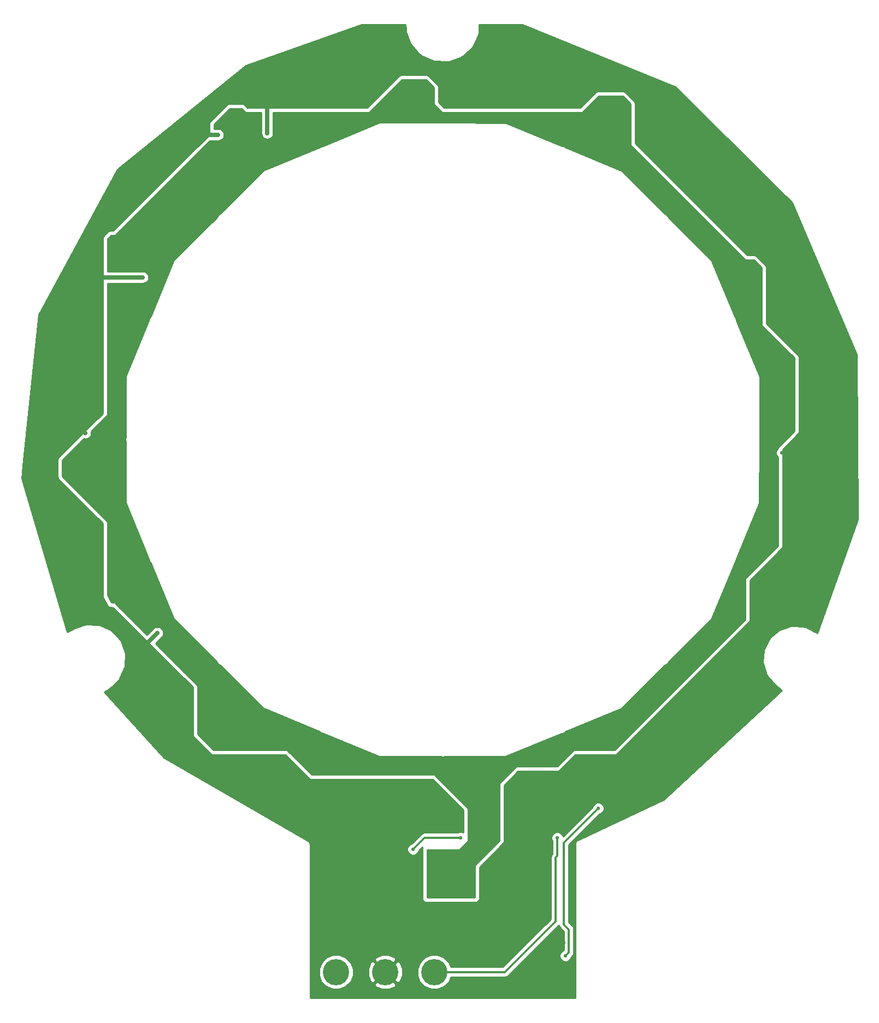
<source format=gbr>
G04 #@! TF.FileFunction,Copper,L2,Bot,Plane*
%FSLAX46Y46*%
G04 Gerber Fmt 4.6, Leading zero omitted, Abs format (unit mm)*
G04 Created by KiCad (PCBNEW 4.0.7) date 02/08/19 10:13:27*
%MOMM*%
%LPD*%
G01*
G04 APERTURE LIST*
%ADD10C,0.100000*%
%ADD11C,0.558800*%
%ADD12C,4.064000*%
%ADD13C,0.635000*%
%ADD14C,0.304800*%
%ADD15C,0.254000*%
G04 APERTURE END LIST*
D10*
D11*
X181610000Y-143510000D03*
X182880000Y-143510000D03*
X182880000Y-142240000D03*
X193040000Y-143510000D03*
X191770000Y-143510000D03*
X193040000Y-142240000D03*
X191770000Y-142240000D03*
X208280000Y-116840000D03*
X208280000Y-115570000D03*
X207010000Y-116840000D03*
X207010000Y-115570000D03*
X193040000Y-60960000D03*
X193040000Y-62230000D03*
X191770000Y-62230000D03*
X191770000Y-60960000D03*
X165100000Y-45720000D03*
X166370000Y-45720000D03*
X165100000Y-46990000D03*
X154940000Y-48260000D03*
X154940000Y-49530000D03*
X156210000Y-49530000D03*
X156210000Y-48260000D03*
X101600000Y-63500000D03*
X101600000Y-62230000D03*
X101600000Y-60960000D03*
X86360000Y-86360000D03*
X86360000Y-87630000D03*
X87630000Y-87630000D03*
X87630000Y-86360000D03*
X106680000Y-147320000D03*
X106680000Y-146050000D03*
X107950000Y-147320000D03*
X107950000Y-146050000D03*
X138430000Y-156210000D03*
X138430000Y-157480000D03*
X137160000Y-157480000D03*
X137160000Y-156210000D03*
X127000000Y-156210000D03*
X127000000Y-157480000D03*
X128270000Y-157480000D03*
X128270000Y-156210000D03*
X133858000Y-166751000D03*
X137922000Y-169926000D03*
X136779000Y-169926000D03*
X135763000Y-169926000D03*
X171196000Y-149352000D03*
X191770000Y-125730000D03*
X201168000Y-100076000D03*
X194818000Y-74930000D03*
X172720000Y-49022000D03*
X142748000Y-46482000D03*
X114808000Y-50800000D03*
X96012000Y-70866000D03*
X88646000Y-105664000D03*
X96266000Y-126746000D03*
X115062000Y-148844000D03*
X158496000Y-157226000D03*
X169418000Y-152654000D03*
X176530000Y-152654000D03*
X195326000Y-123444000D03*
X196850000Y-131572000D03*
X199898000Y-103632000D03*
X207772000Y-101854000D03*
X193548000Y-71374000D03*
X199390000Y-71628000D03*
X167894000Y-49022000D03*
X177546000Y-52324000D03*
X137160000Y-46482000D03*
X148082000Y-49784000D03*
X112522000Y-54356000D03*
X120142000Y-54102000D03*
X100838000Y-76454000D03*
X97790000Y-67310000D03*
X91948000Y-100584000D03*
X88646000Y-110490000D03*
X95758000Y-128270000D03*
X103124000Y-131572000D03*
X113792000Y-152146000D03*
X123444000Y-152146000D03*
X142748000Y-156972000D03*
X150876000Y-168148000D03*
X146812000Y-168148000D03*
X148844000Y-170180000D03*
X148844000Y-166370000D03*
X148844000Y-168148000D03*
X132207000Y-169291000D03*
X153924000Y-171450000D03*
X159512000Y-178562000D03*
X166116000Y-179578000D03*
X149352000Y-187198000D03*
X137668000Y-180340000D03*
X137668000Y-179070000D03*
X136652000Y-178308000D03*
D12*
X130810000Y-184150000D03*
X138430000Y-184150000D03*
X146050000Y-184150000D03*
D11*
X135636000Y-178308000D03*
X150114000Y-180848000D03*
X165100000Y-163322000D03*
X142748000Y-165100000D03*
X150114000Y-163322000D03*
X166370000Y-181610000D03*
X171450000Y-158750000D03*
D13*
X103124000Y-131572000D02*
X101346000Y-133350000D01*
X91668601Y-100304601D02*
X91186000Y-99822000D01*
X91948000Y-100584000D02*
X91668601Y-100304601D01*
X120142000Y-54102000D02*
X120142000Y-49530000D01*
X112522000Y-54356000D02*
X109728000Y-54356000D01*
X100838000Y-76454000D02*
X93091000Y-76454000D01*
D14*
X164846000Y-166370000D02*
X165100000Y-166116000D01*
X165100000Y-166116000D02*
X165100000Y-163322000D01*
X164846000Y-176276000D02*
X156972000Y-184150000D01*
X156972000Y-184150000D02*
X146050000Y-184150000D01*
X164846000Y-166370000D02*
X164846000Y-176276000D01*
X144526000Y-163322000D02*
X142748000Y-165100000D01*
X144526000Y-163322000D02*
X150114000Y-163322000D01*
X166878000Y-181102000D02*
X166370000Y-181610000D01*
X166878000Y-177546000D02*
X166878000Y-181102000D01*
X166116000Y-176784000D02*
X166878000Y-177546000D01*
X166116000Y-165964618D02*
X166116000Y-176784000D01*
X166116000Y-164084000D02*
X166116000Y-165964618D01*
X171450000Y-158750000D02*
X166116000Y-164084000D01*
D15*
G36*
X141610868Y-38135107D02*
X141636358Y-38236702D01*
X141651894Y-38340280D01*
X142319509Y-40196607D01*
X142356952Y-40258846D01*
X142462317Y-40433990D01*
X143789497Y-41893526D01*
X143853946Y-41941162D01*
X144012277Y-42058190D01*
X145796973Y-42898736D01*
X145931391Y-42932173D01*
X146065808Y-42965611D01*
X148036316Y-43059201D01*
X148274545Y-43023466D01*
X148310280Y-43018106D01*
X150166607Y-42350491D01*
X150285298Y-42279087D01*
X150403990Y-42207683D01*
X151863526Y-40880503D01*
X151961642Y-40747758D01*
X152028190Y-40657723D01*
X152868736Y-38873027D01*
X152902173Y-38738610D01*
X152935611Y-38604192D01*
X152997079Y-37310000D01*
X159681117Y-37310000D01*
X183344573Y-46935829D01*
X201521437Y-64882897D01*
X211446625Y-88419812D01*
X211609226Y-113980628D01*
X205394581Y-131596754D01*
X205135292Y-131441180D01*
X205079179Y-131421074D01*
X205054850Y-131402396D01*
X203585453Y-130677337D01*
X203455460Y-130642473D01*
X203325836Y-130606141D01*
X201594230Y-130472682D01*
X201456703Y-130489186D01*
X201319175Y-130505689D01*
X199668306Y-131045045D01*
X199582028Y-131093547D01*
X199426819Y-131180798D01*
X198108018Y-132310859D01*
X198074849Y-132353075D01*
X197936864Y-132528691D01*
X197150906Y-134077414D01*
X197103046Y-134248171D01*
X197076141Y-134344164D01*
X196942682Y-136075770D01*
X196950818Y-136143563D01*
X196975689Y-136350825D01*
X197515045Y-138001694D01*
X197601946Y-138156280D01*
X197650798Y-138243181D01*
X198780859Y-139561982D01*
X198835477Y-139604896D01*
X198880601Y-139657699D01*
X199878877Y-140444220D01*
X181635950Y-157381956D01*
X168322975Y-163639137D01*
X168298295Y-163644046D01*
X168067954Y-163797954D01*
X168047889Y-163827984D01*
X168047283Y-163828431D01*
X168044458Y-163833119D01*
X167914046Y-164028295D01*
X167907748Y-164059956D01*
X167904286Y-164065701D01*
X167897015Y-164113912D01*
X167860000Y-164300000D01*
X167860000Y-188140000D01*
X126780000Y-188140000D01*
X126780000Y-184678172D01*
X128142538Y-184678172D01*
X128547709Y-185658761D01*
X129297293Y-186409655D01*
X130277173Y-186816536D01*
X131338172Y-186817462D01*
X132318761Y-186412291D01*
X132683567Y-186048121D01*
X136711484Y-186048121D01*
X136936154Y-186422168D01*
X137919388Y-186820880D01*
X138980357Y-186812975D01*
X139923846Y-186422168D01*
X140148516Y-186048121D01*
X138430000Y-184329605D01*
X136711484Y-186048121D01*
X132683567Y-186048121D01*
X133069655Y-185662707D01*
X133476536Y-184682827D01*
X133477446Y-183639388D01*
X135759120Y-183639388D01*
X135767025Y-184700357D01*
X136157832Y-185643846D01*
X136531879Y-185868516D01*
X138250395Y-184150000D01*
X138609605Y-184150000D01*
X140328121Y-185868516D01*
X140702168Y-185643846D01*
X141093759Y-184678172D01*
X143382538Y-184678172D01*
X143787709Y-185658761D01*
X144537293Y-186409655D01*
X145517173Y-186816536D01*
X146578172Y-186817462D01*
X147558761Y-186412291D01*
X148309655Y-185662707D01*
X148610828Y-184937400D01*
X156972000Y-184937400D01*
X157273325Y-184877463D01*
X157528776Y-184706776D01*
X165348999Y-176886553D01*
X165388537Y-177085325D01*
X165559224Y-177340776D01*
X166090600Y-177872152D01*
X166090600Y-180736064D01*
X165852711Y-180834358D01*
X165595262Y-181091358D01*
X165455759Y-181427317D01*
X165455442Y-181791087D01*
X165594358Y-182127289D01*
X165851358Y-182384738D01*
X166187317Y-182524241D01*
X166551087Y-182524558D01*
X166887289Y-182385642D01*
X167144738Y-182128642D01*
X167272433Y-181821119D01*
X167434776Y-181658776D01*
X167605463Y-181403325D01*
X167665400Y-181102000D01*
X167665400Y-177546000D01*
X167605463Y-177244675D01*
X167434776Y-176989224D01*
X166903400Y-176457848D01*
X166903400Y-164410152D01*
X171661603Y-159651949D01*
X171967289Y-159525642D01*
X172224738Y-159268642D01*
X172364241Y-158932683D01*
X172364558Y-158568913D01*
X172225642Y-158232711D01*
X171968642Y-157975262D01*
X171632683Y-157835759D01*
X171268913Y-157835442D01*
X170932711Y-157974358D01*
X170675262Y-158231358D01*
X170547567Y-158538881D01*
X165994377Y-163092071D01*
X165875642Y-162804711D01*
X165618642Y-162547262D01*
X165282683Y-162407759D01*
X164918913Y-162407442D01*
X164582711Y-162546358D01*
X164325262Y-162803358D01*
X164185759Y-163139317D01*
X164185442Y-163503087D01*
X164312600Y-163810833D01*
X164312600Y-165789848D01*
X164289224Y-165813224D01*
X164118537Y-166068675D01*
X164058600Y-166370000D01*
X164058600Y-175949848D01*
X156645848Y-183362600D01*
X148610351Y-183362600D01*
X148312291Y-182641239D01*
X147562707Y-181890345D01*
X146582827Y-181483464D01*
X145521828Y-181482538D01*
X144541239Y-181887709D01*
X143790345Y-182637293D01*
X143383464Y-183617173D01*
X143382538Y-184678172D01*
X141093759Y-184678172D01*
X141100880Y-184660612D01*
X141092975Y-183599643D01*
X140702168Y-182656154D01*
X140328121Y-182431484D01*
X138609605Y-184150000D01*
X138250395Y-184150000D01*
X136531879Y-182431484D01*
X136157832Y-182656154D01*
X135759120Y-183639388D01*
X133477446Y-183639388D01*
X133477462Y-183621828D01*
X133072291Y-182641239D01*
X132683611Y-182251879D01*
X136711484Y-182251879D01*
X138430000Y-183970395D01*
X140148516Y-182251879D01*
X139923846Y-181877832D01*
X138940612Y-181479120D01*
X137879643Y-181487025D01*
X136936154Y-181877832D01*
X136711484Y-182251879D01*
X132683611Y-182251879D01*
X132322707Y-181890345D01*
X131342827Y-181483464D01*
X130281828Y-181482538D01*
X129301239Y-181887709D01*
X128550345Y-182637293D01*
X128143464Y-183617173D01*
X128142538Y-184678172D01*
X126780000Y-184678172D01*
X126780000Y-164350000D01*
X126761832Y-164258663D01*
X126755674Y-164165741D01*
X126735041Y-164123978D01*
X126725954Y-164078295D01*
X126674217Y-164000864D01*
X126632967Y-163917371D01*
X126597925Y-163886685D01*
X126572046Y-163847954D01*
X126494616Y-163796217D01*
X126424554Y-163734864D01*
X104124030Y-150881213D01*
X94861145Y-140747205D01*
X95801182Y-140149000D01*
X95900265Y-140054243D01*
X95930594Y-140034662D01*
X97154511Y-138848699D01*
X97230363Y-138738960D01*
X97307812Y-138630359D01*
X98063573Y-136952209D01*
X98097492Y-136805223D01*
X98125865Y-136682276D01*
X98181898Y-134842651D01*
X98136149Y-134569426D01*
X97483922Y-132848391D01*
X97458959Y-132808450D01*
X97337098Y-132613471D01*
X96075908Y-131273039D01*
X95850360Y-131112189D01*
X94172209Y-130356427D01*
X94051204Y-130328503D01*
X93902276Y-130294135D01*
X92062651Y-130238102D01*
X91789426Y-130283851D01*
X90068391Y-130936078D01*
X90030121Y-130959997D01*
X89986900Y-130972988D01*
X89153845Y-131415548D01*
X82095732Y-107610010D01*
X82392973Y-104775000D01*
X87630000Y-104775000D01*
X87630000Y-107315000D01*
X87676672Y-107553946D01*
X87815987Y-107764013D01*
X94615000Y-114563026D01*
X94615000Y-125730000D01*
X94682039Y-126013981D01*
X95317039Y-127283981D01*
X95429827Y-127442767D01*
X95637949Y-127584971D01*
X95885000Y-127635000D01*
X96022530Y-127635000D01*
X96083317Y-127660241D01*
X96282388Y-127660414D01*
X108585000Y-139963026D01*
X108585000Y-147320000D01*
X108631672Y-147558946D01*
X108770987Y-147769013D01*
X111310987Y-150309013D01*
X111512949Y-150444971D01*
X111760000Y-150495000D01*
X122926974Y-150495000D01*
X126550987Y-154119013D01*
X126752949Y-154254971D01*
X127000000Y-154305000D01*
X145786974Y-154305000D01*
X150495000Y-159013026D01*
X150495000Y-162490108D01*
X150296683Y-162407759D01*
X149932913Y-162407442D01*
X149625167Y-162534600D01*
X144526000Y-162534600D01*
X144224675Y-162594537D01*
X143969224Y-162765224D01*
X142536397Y-164198051D01*
X142230711Y-164324358D01*
X141973262Y-164581358D01*
X141833759Y-164917317D01*
X141833442Y-165281087D01*
X141972358Y-165617289D01*
X142229358Y-165874738D01*
X142565317Y-166014241D01*
X142929087Y-166014558D01*
X143265289Y-165875642D01*
X143522738Y-165618642D01*
X143650433Y-165311119D01*
X144145000Y-164816552D01*
X144145000Y-172720000D01*
X144188427Y-172950795D01*
X144324827Y-173162767D01*
X144532949Y-173304971D01*
X144780000Y-173355000D01*
X152400000Y-173355000D01*
X152630795Y-173311573D01*
X152842767Y-173175173D01*
X152984971Y-172967051D01*
X153035000Y-172720000D01*
X153035000Y-167903026D01*
X156659013Y-164279013D01*
X156794971Y-164077051D01*
X156845000Y-163830000D01*
X156845000Y-155203026D01*
X159013026Y-153035000D01*
X165100000Y-153035000D01*
X165338946Y-152988328D01*
X165549013Y-152849013D01*
X167903026Y-150495000D01*
X173990000Y-150495000D01*
X174228946Y-150448328D01*
X174439013Y-150309013D01*
X194759013Y-129989013D01*
X194894971Y-129787051D01*
X194945000Y-129540000D01*
X194945000Y-123453026D01*
X199839013Y-118559013D01*
X199974971Y-118357051D01*
X200025000Y-118110000D01*
X200025000Y-103133026D01*
X202379013Y-100779013D01*
X202514971Y-100577051D01*
X202565000Y-100330000D01*
X202565000Y-88900000D01*
X202518328Y-88661054D01*
X202379013Y-88450987D01*
X197485000Y-83556974D01*
X197485000Y-74930000D01*
X197438328Y-74691054D01*
X197299013Y-74480987D01*
X196029013Y-73210987D01*
X195827051Y-73075029D01*
X195580000Y-73025000D01*
X194573026Y-73025000D01*
X177165000Y-55616974D01*
X177165000Y-49530000D01*
X177118328Y-49291054D01*
X176979013Y-49080987D01*
X175709013Y-47810987D01*
X175507051Y-47675029D01*
X175260000Y-47625000D01*
X171450000Y-47625000D01*
X171211054Y-47671672D01*
X171000987Y-47810987D01*
X168646974Y-50165000D01*
X147583026Y-50165000D01*
X146685000Y-49266974D01*
X146685000Y-46990000D01*
X146638328Y-46751054D01*
X146499013Y-46540987D01*
X145229013Y-45270987D01*
X145027051Y-45135029D01*
X144780000Y-45085000D01*
X140970000Y-45085000D01*
X140731054Y-45131672D01*
X140520987Y-45270987D01*
X135626974Y-50165000D01*
X117103026Y-50165000D01*
X116654013Y-49715987D01*
X116452051Y-49580029D01*
X116205000Y-49530000D01*
X114300000Y-49530000D01*
X114061054Y-49576672D01*
X113850987Y-49715987D01*
X111310987Y-52255987D01*
X111175029Y-52457949D01*
X111125000Y-52705000D01*
X111125000Y-54346974D01*
X96256974Y-69215000D01*
X95885000Y-69215000D01*
X95646054Y-69261672D01*
X95435987Y-69400987D01*
X94800987Y-70035987D01*
X94665029Y-70237949D01*
X94615000Y-70485000D01*
X94615000Y-97526974D01*
X87815987Y-104325987D01*
X87680029Y-104527949D01*
X87630000Y-104775000D01*
X82392973Y-104775000D01*
X84760700Y-82192281D01*
X96949756Y-59729198D01*
X116821462Y-43629032D01*
X134792734Y-37310000D01*
X141570020Y-37310000D01*
X141610868Y-38135107D01*
X141610868Y-38135107D01*
G37*
X141610868Y-38135107D02*
X141636358Y-38236702D01*
X141651894Y-38340280D01*
X142319509Y-40196607D01*
X142356952Y-40258846D01*
X142462317Y-40433990D01*
X143789497Y-41893526D01*
X143853946Y-41941162D01*
X144012277Y-42058190D01*
X145796973Y-42898736D01*
X145931391Y-42932173D01*
X146065808Y-42965611D01*
X148036316Y-43059201D01*
X148274545Y-43023466D01*
X148310280Y-43018106D01*
X150166607Y-42350491D01*
X150285298Y-42279087D01*
X150403990Y-42207683D01*
X151863526Y-40880503D01*
X151961642Y-40747758D01*
X152028190Y-40657723D01*
X152868736Y-38873027D01*
X152902173Y-38738610D01*
X152935611Y-38604192D01*
X152997079Y-37310000D01*
X159681117Y-37310000D01*
X183344573Y-46935829D01*
X201521437Y-64882897D01*
X211446625Y-88419812D01*
X211609226Y-113980628D01*
X205394581Y-131596754D01*
X205135292Y-131441180D01*
X205079179Y-131421074D01*
X205054850Y-131402396D01*
X203585453Y-130677337D01*
X203455460Y-130642473D01*
X203325836Y-130606141D01*
X201594230Y-130472682D01*
X201456703Y-130489186D01*
X201319175Y-130505689D01*
X199668306Y-131045045D01*
X199582028Y-131093547D01*
X199426819Y-131180798D01*
X198108018Y-132310859D01*
X198074849Y-132353075D01*
X197936864Y-132528691D01*
X197150906Y-134077414D01*
X197103046Y-134248171D01*
X197076141Y-134344164D01*
X196942682Y-136075770D01*
X196950818Y-136143563D01*
X196975689Y-136350825D01*
X197515045Y-138001694D01*
X197601946Y-138156280D01*
X197650798Y-138243181D01*
X198780859Y-139561982D01*
X198835477Y-139604896D01*
X198880601Y-139657699D01*
X199878877Y-140444220D01*
X181635950Y-157381956D01*
X168322975Y-163639137D01*
X168298295Y-163644046D01*
X168067954Y-163797954D01*
X168047889Y-163827984D01*
X168047283Y-163828431D01*
X168044458Y-163833119D01*
X167914046Y-164028295D01*
X167907748Y-164059956D01*
X167904286Y-164065701D01*
X167897015Y-164113912D01*
X167860000Y-164300000D01*
X167860000Y-188140000D01*
X126780000Y-188140000D01*
X126780000Y-184678172D01*
X128142538Y-184678172D01*
X128547709Y-185658761D01*
X129297293Y-186409655D01*
X130277173Y-186816536D01*
X131338172Y-186817462D01*
X132318761Y-186412291D01*
X132683567Y-186048121D01*
X136711484Y-186048121D01*
X136936154Y-186422168D01*
X137919388Y-186820880D01*
X138980357Y-186812975D01*
X139923846Y-186422168D01*
X140148516Y-186048121D01*
X138430000Y-184329605D01*
X136711484Y-186048121D01*
X132683567Y-186048121D01*
X133069655Y-185662707D01*
X133476536Y-184682827D01*
X133477446Y-183639388D01*
X135759120Y-183639388D01*
X135767025Y-184700357D01*
X136157832Y-185643846D01*
X136531879Y-185868516D01*
X138250395Y-184150000D01*
X138609605Y-184150000D01*
X140328121Y-185868516D01*
X140702168Y-185643846D01*
X141093759Y-184678172D01*
X143382538Y-184678172D01*
X143787709Y-185658761D01*
X144537293Y-186409655D01*
X145517173Y-186816536D01*
X146578172Y-186817462D01*
X147558761Y-186412291D01*
X148309655Y-185662707D01*
X148610828Y-184937400D01*
X156972000Y-184937400D01*
X157273325Y-184877463D01*
X157528776Y-184706776D01*
X165348999Y-176886553D01*
X165388537Y-177085325D01*
X165559224Y-177340776D01*
X166090600Y-177872152D01*
X166090600Y-180736064D01*
X165852711Y-180834358D01*
X165595262Y-181091358D01*
X165455759Y-181427317D01*
X165455442Y-181791087D01*
X165594358Y-182127289D01*
X165851358Y-182384738D01*
X166187317Y-182524241D01*
X166551087Y-182524558D01*
X166887289Y-182385642D01*
X167144738Y-182128642D01*
X167272433Y-181821119D01*
X167434776Y-181658776D01*
X167605463Y-181403325D01*
X167665400Y-181102000D01*
X167665400Y-177546000D01*
X167605463Y-177244675D01*
X167434776Y-176989224D01*
X166903400Y-176457848D01*
X166903400Y-164410152D01*
X171661603Y-159651949D01*
X171967289Y-159525642D01*
X172224738Y-159268642D01*
X172364241Y-158932683D01*
X172364558Y-158568913D01*
X172225642Y-158232711D01*
X171968642Y-157975262D01*
X171632683Y-157835759D01*
X171268913Y-157835442D01*
X170932711Y-157974358D01*
X170675262Y-158231358D01*
X170547567Y-158538881D01*
X165994377Y-163092071D01*
X165875642Y-162804711D01*
X165618642Y-162547262D01*
X165282683Y-162407759D01*
X164918913Y-162407442D01*
X164582711Y-162546358D01*
X164325262Y-162803358D01*
X164185759Y-163139317D01*
X164185442Y-163503087D01*
X164312600Y-163810833D01*
X164312600Y-165789848D01*
X164289224Y-165813224D01*
X164118537Y-166068675D01*
X164058600Y-166370000D01*
X164058600Y-175949848D01*
X156645848Y-183362600D01*
X148610351Y-183362600D01*
X148312291Y-182641239D01*
X147562707Y-181890345D01*
X146582827Y-181483464D01*
X145521828Y-181482538D01*
X144541239Y-181887709D01*
X143790345Y-182637293D01*
X143383464Y-183617173D01*
X143382538Y-184678172D01*
X141093759Y-184678172D01*
X141100880Y-184660612D01*
X141092975Y-183599643D01*
X140702168Y-182656154D01*
X140328121Y-182431484D01*
X138609605Y-184150000D01*
X138250395Y-184150000D01*
X136531879Y-182431484D01*
X136157832Y-182656154D01*
X135759120Y-183639388D01*
X133477446Y-183639388D01*
X133477462Y-183621828D01*
X133072291Y-182641239D01*
X132683611Y-182251879D01*
X136711484Y-182251879D01*
X138430000Y-183970395D01*
X140148516Y-182251879D01*
X139923846Y-181877832D01*
X138940612Y-181479120D01*
X137879643Y-181487025D01*
X136936154Y-181877832D01*
X136711484Y-182251879D01*
X132683611Y-182251879D01*
X132322707Y-181890345D01*
X131342827Y-181483464D01*
X130281828Y-181482538D01*
X129301239Y-181887709D01*
X128550345Y-182637293D01*
X128143464Y-183617173D01*
X128142538Y-184678172D01*
X126780000Y-184678172D01*
X126780000Y-164350000D01*
X126761832Y-164258663D01*
X126755674Y-164165741D01*
X126735041Y-164123978D01*
X126725954Y-164078295D01*
X126674217Y-164000864D01*
X126632967Y-163917371D01*
X126597925Y-163886685D01*
X126572046Y-163847954D01*
X126494616Y-163796217D01*
X126424554Y-163734864D01*
X104124030Y-150881213D01*
X94861145Y-140747205D01*
X95801182Y-140149000D01*
X95900265Y-140054243D01*
X95930594Y-140034662D01*
X97154511Y-138848699D01*
X97230363Y-138738960D01*
X97307812Y-138630359D01*
X98063573Y-136952209D01*
X98097492Y-136805223D01*
X98125865Y-136682276D01*
X98181898Y-134842651D01*
X98136149Y-134569426D01*
X97483922Y-132848391D01*
X97458959Y-132808450D01*
X97337098Y-132613471D01*
X96075908Y-131273039D01*
X95850360Y-131112189D01*
X94172209Y-130356427D01*
X94051204Y-130328503D01*
X93902276Y-130294135D01*
X92062651Y-130238102D01*
X91789426Y-130283851D01*
X90068391Y-130936078D01*
X90030121Y-130959997D01*
X89986900Y-130972988D01*
X89153845Y-131415548D01*
X82095732Y-107610010D01*
X82392973Y-104775000D01*
X87630000Y-104775000D01*
X87630000Y-107315000D01*
X87676672Y-107553946D01*
X87815987Y-107764013D01*
X94615000Y-114563026D01*
X94615000Y-125730000D01*
X94682039Y-126013981D01*
X95317039Y-127283981D01*
X95429827Y-127442767D01*
X95637949Y-127584971D01*
X95885000Y-127635000D01*
X96022530Y-127635000D01*
X96083317Y-127660241D01*
X96282388Y-127660414D01*
X108585000Y-139963026D01*
X108585000Y-147320000D01*
X108631672Y-147558946D01*
X108770987Y-147769013D01*
X111310987Y-150309013D01*
X111512949Y-150444971D01*
X111760000Y-150495000D01*
X122926974Y-150495000D01*
X126550987Y-154119013D01*
X126752949Y-154254971D01*
X127000000Y-154305000D01*
X145786974Y-154305000D01*
X150495000Y-159013026D01*
X150495000Y-162490108D01*
X150296683Y-162407759D01*
X149932913Y-162407442D01*
X149625167Y-162534600D01*
X144526000Y-162534600D01*
X144224675Y-162594537D01*
X143969224Y-162765224D01*
X142536397Y-164198051D01*
X142230711Y-164324358D01*
X141973262Y-164581358D01*
X141833759Y-164917317D01*
X141833442Y-165281087D01*
X141972358Y-165617289D01*
X142229358Y-165874738D01*
X142565317Y-166014241D01*
X142929087Y-166014558D01*
X143265289Y-165875642D01*
X143522738Y-165618642D01*
X143650433Y-165311119D01*
X144145000Y-164816552D01*
X144145000Y-172720000D01*
X144188427Y-172950795D01*
X144324827Y-173162767D01*
X144532949Y-173304971D01*
X144780000Y-173355000D01*
X152400000Y-173355000D01*
X152630795Y-173311573D01*
X152842767Y-173175173D01*
X152984971Y-172967051D01*
X153035000Y-172720000D01*
X153035000Y-167903026D01*
X156659013Y-164279013D01*
X156794971Y-164077051D01*
X156845000Y-163830000D01*
X156845000Y-155203026D01*
X159013026Y-153035000D01*
X165100000Y-153035000D01*
X165338946Y-152988328D01*
X165549013Y-152849013D01*
X167903026Y-150495000D01*
X173990000Y-150495000D01*
X174228946Y-150448328D01*
X174439013Y-150309013D01*
X194759013Y-129989013D01*
X194894971Y-129787051D01*
X194945000Y-129540000D01*
X194945000Y-123453026D01*
X199839013Y-118559013D01*
X199974971Y-118357051D01*
X200025000Y-118110000D01*
X200025000Y-103133026D01*
X202379013Y-100779013D01*
X202514971Y-100577051D01*
X202565000Y-100330000D01*
X202565000Y-88900000D01*
X202518328Y-88661054D01*
X202379013Y-88450987D01*
X197485000Y-83556974D01*
X197485000Y-74930000D01*
X197438328Y-74691054D01*
X197299013Y-74480987D01*
X196029013Y-73210987D01*
X195827051Y-73075029D01*
X195580000Y-73025000D01*
X194573026Y-73025000D01*
X177165000Y-55616974D01*
X177165000Y-49530000D01*
X177118328Y-49291054D01*
X176979013Y-49080987D01*
X175709013Y-47810987D01*
X175507051Y-47675029D01*
X175260000Y-47625000D01*
X171450000Y-47625000D01*
X171211054Y-47671672D01*
X171000987Y-47810987D01*
X168646974Y-50165000D01*
X147583026Y-50165000D01*
X146685000Y-49266974D01*
X146685000Y-46990000D01*
X146638328Y-46751054D01*
X146499013Y-46540987D01*
X145229013Y-45270987D01*
X145027051Y-45135029D01*
X144780000Y-45085000D01*
X140970000Y-45085000D01*
X140731054Y-45131672D01*
X140520987Y-45270987D01*
X135626974Y-50165000D01*
X117103026Y-50165000D01*
X116654013Y-49715987D01*
X116452051Y-49580029D01*
X116205000Y-49530000D01*
X114300000Y-49530000D01*
X114061054Y-49576672D01*
X113850987Y-49715987D01*
X111310987Y-52255987D01*
X111175029Y-52457949D01*
X111125000Y-52705000D01*
X111125000Y-54346974D01*
X96256974Y-69215000D01*
X95885000Y-69215000D01*
X95646054Y-69261672D01*
X95435987Y-69400987D01*
X94800987Y-70035987D01*
X94665029Y-70237949D01*
X94615000Y-70485000D01*
X94615000Y-97526974D01*
X87815987Y-104325987D01*
X87680029Y-104527949D01*
X87630000Y-104775000D01*
X82392973Y-104775000D01*
X84760700Y-82192281D01*
X96949756Y-59729198D01*
X116821462Y-43629032D01*
X134792734Y-37310000D01*
X141570020Y-37310000D01*
X141610868Y-38135107D01*
G36*
X145923000Y-47042606D02*
X145923000Y-49530000D01*
X145933006Y-49579410D01*
X145960197Y-49619803D01*
X147230197Y-50889803D01*
X147272211Y-50917666D01*
X147320000Y-50927000D01*
X168910000Y-50927000D01*
X168959410Y-50916994D01*
X168999803Y-50889803D01*
X171502606Y-48387000D01*
X175207394Y-48387000D01*
X176403000Y-49582606D01*
X176403000Y-55880000D01*
X176413006Y-55929410D01*
X176440197Y-55969803D01*
X194220197Y-73749803D01*
X194262211Y-73777666D01*
X194310000Y-73787000D01*
X195527394Y-73787000D01*
X196723000Y-74982606D01*
X196723000Y-83820000D01*
X196733006Y-83869410D01*
X196760197Y-83909803D01*
X201803000Y-88952606D01*
X201803000Y-100277394D01*
X199300197Y-102780197D01*
X199272334Y-102822211D01*
X199263000Y-102870000D01*
X199263000Y-102973864D01*
X199123262Y-103113358D01*
X198983759Y-103449317D01*
X198983442Y-103813087D01*
X199122358Y-104149289D01*
X199263000Y-104290177D01*
X199263000Y-118057394D01*
X194220197Y-123100197D01*
X194192334Y-123142211D01*
X194183000Y-123190000D01*
X194183000Y-129487394D01*
X173937394Y-149733000D01*
X167640000Y-149733000D01*
X167590590Y-149743006D01*
X167550197Y-149770197D01*
X165047394Y-152273000D01*
X158750000Y-152273000D01*
X158700590Y-152283006D01*
X158660197Y-152310197D01*
X156120197Y-154850197D01*
X156092334Y-154892211D01*
X156083000Y-154940000D01*
X156083000Y-163777394D01*
X152310197Y-167550197D01*
X152282334Y-167592211D01*
X152273000Y-167640000D01*
X152273000Y-172593000D01*
X144907000Y-172593000D01*
X144907000Y-165227000D01*
X149860000Y-165227000D01*
X149909410Y-165216994D01*
X149949803Y-165189803D01*
X151219803Y-163919803D01*
X151247666Y-163877789D01*
X151257000Y-163830000D01*
X151257000Y-158750000D01*
X151246994Y-158700590D01*
X151219803Y-158660197D01*
X146139803Y-153580197D01*
X146097789Y-153552334D01*
X146050000Y-153543000D01*
X127052606Y-153543000D01*
X123279803Y-149770197D01*
X123237789Y-149742334D01*
X123190000Y-149733000D01*
X111812606Y-149733000D01*
X109347000Y-147267394D01*
X109347000Y-139700000D01*
X109336994Y-139650590D01*
X109309803Y-139610197D01*
X102871322Y-133171716D01*
X103797519Y-132245519D01*
X104003995Y-131936506D01*
X104076500Y-131572000D01*
X104003995Y-131207494D01*
X103797519Y-130898481D01*
X103488506Y-130692005D01*
X103124000Y-130619500D01*
X102759494Y-130692005D01*
X102450481Y-130898481D01*
X101524284Y-131824678D01*
X96609803Y-126910197D01*
X96567789Y-126882334D01*
X96520000Y-126873000D01*
X95963490Y-126873000D01*
X95377000Y-125700020D01*
X95377000Y-114300000D01*
X95366994Y-114250590D01*
X95339803Y-114210197D01*
X88392000Y-107262394D01*
X88392000Y-104827606D01*
X91619606Y-101600000D01*
X98110000Y-101600000D01*
X98184653Y-101975306D01*
X98176489Y-111330677D01*
X101780577Y-120053236D01*
X101855888Y-120431852D01*
X102068483Y-120750023D01*
X105641085Y-129396381D01*
X112308806Y-136075750D01*
X112523275Y-136396725D01*
X112841446Y-136609320D01*
X119450918Y-143230338D01*
X128167174Y-146849644D01*
X128488148Y-147064112D01*
X128863455Y-147138765D01*
X137503566Y-150726453D01*
X146941386Y-150734689D01*
X147320000Y-150810000D01*
X147695306Y-150735347D01*
X157050677Y-150743511D01*
X165773236Y-147139423D01*
X166151852Y-147064112D01*
X166470023Y-146851517D01*
X175116381Y-143278915D01*
X181795750Y-136611194D01*
X182116725Y-136396725D01*
X182329320Y-136078554D01*
X188950338Y-129469082D01*
X192569644Y-120752826D01*
X192784112Y-120431852D01*
X192858765Y-120056545D01*
X196446453Y-111416434D01*
X196454689Y-101978614D01*
X196530000Y-101600000D01*
X196455347Y-101224694D01*
X196463511Y-91869323D01*
X192859423Y-83146764D01*
X192784112Y-82768148D01*
X192571517Y-82449977D01*
X188998915Y-73803619D01*
X182331194Y-67124250D01*
X182116725Y-66803275D01*
X181798554Y-66590680D01*
X175189082Y-59969662D01*
X166472826Y-56350356D01*
X166151852Y-56135888D01*
X165776545Y-56061235D01*
X157136434Y-52473547D01*
X147698614Y-52465311D01*
X147320000Y-52390000D01*
X146944694Y-52464653D01*
X137589323Y-52456489D01*
X128866764Y-56060577D01*
X128488148Y-56135888D01*
X128169977Y-56348483D01*
X119523619Y-59921085D01*
X112844250Y-66588806D01*
X112523275Y-66803275D01*
X112310680Y-67121446D01*
X105689662Y-73730918D01*
X102070356Y-82447174D01*
X101855888Y-82768148D01*
X101781235Y-83143455D01*
X98193547Y-91783566D01*
X98185311Y-101221386D01*
X98110000Y-101600000D01*
X91619606Y-101600000D01*
X91727055Y-101492551D01*
X91948000Y-101536500D01*
X92312506Y-101463995D01*
X92621519Y-101257519D01*
X92827995Y-100948506D01*
X92900500Y-100584000D01*
X92856551Y-100363055D01*
X95339803Y-97879803D01*
X95367666Y-97837789D01*
X95377000Y-97790000D01*
X95377000Y-77406500D01*
X100838000Y-77406500D01*
X101202506Y-77333995D01*
X101511519Y-77127519D01*
X101717995Y-76818506D01*
X101790500Y-76454000D01*
X101717995Y-76089494D01*
X101511519Y-75780481D01*
X101202506Y-75574005D01*
X100838000Y-75501500D01*
X95377000Y-75501500D01*
X95377000Y-70537606D01*
X95937606Y-69977000D01*
X96520000Y-69977000D01*
X96569410Y-69966994D01*
X96609803Y-69939803D01*
X111241106Y-55308500D01*
X112522000Y-55308500D01*
X112886506Y-55235995D01*
X113195519Y-55029519D01*
X113401995Y-54720506D01*
X113474500Y-54356000D01*
X113401995Y-53991494D01*
X113195519Y-53682481D01*
X112886506Y-53476005D01*
X112522000Y-53403500D01*
X111887000Y-53403500D01*
X111887000Y-52757606D01*
X114352606Y-50292000D01*
X116152394Y-50292000D01*
X116750197Y-50889803D01*
X116792211Y-50917666D01*
X116840000Y-50927000D01*
X119189500Y-50927000D01*
X119189500Y-54102000D01*
X119262005Y-54466506D01*
X119468481Y-54775519D01*
X119777494Y-54981995D01*
X120142000Y-55054500D01*
X120506506Y-54981995D01*
X120815519Y-54775519D01*
X121021995Y-54466506D01*
X121094500Y-54102000D01*
X121094500Y-50927000D01*
X135890000Y-50927000D01*
X135939410Y-50916994D01*
X135979803Y-50889803D01*
X141022606Y-45847000D01*
X144727394Y-45847000D01*
X145923000Y-47042606D01*
X145923000Y-47042606D01*
G37*
X145923000Y-47042606D02*
X145923000Y-49530000D01*
X145933006Y-49579410D01*
X145960197Y-49619803D01*
X147230197Y-50889803D01*
X147272211Y-50917666D01*
X147320000Y-50927000D01*
X168910000Y-50927000D01*
X168959410Y-50916994D01*
X168999803Y-50889803D01*
X171502606Y-48387000D01*
X175207394Y-48387000D01*
X176403000Y-49582606D01*
X176403000Y-55880000D01*
X176413006Y-55929410D01*
X176440197Y-55969803D01*
X194220197Y-73749803D01*
X194262211Y-73777666D01*
X194310000Y-73787000D01*
X195527394Y-73787000D01*
X196723000Y-74982606D01*
X196723000Y-83820000D01*
X196733006Y-83869410D01*
X196760197Y-83909803D01*
X201803000Y-88952606D01*
X201803000Y-100277394D01*
X199300197Y-102780197D01*
X199272334Y-102822211D01*
X199263000Y-102870000D01*
X199263000Y-102973864D01*
X199123262Y-103113358D01*
X198983759Y-103449317D01*
X198983442Y-103813087D01*
X199122358Y-104149289D01*
X199263000Y-104290177D01*
X199263000Y-118057394D01*
X194220197Y-123100197D01*
X194192334Y-123142211D01*
X194183000Y-123190000D01*
X194183000Y-129487394D01*
X173937394Y-149733000D01*
X167640000Y-149733000D01*
X167590590Y-149743006D01*
X167550197Y-149770197D01*
X165047394Y-152273000D01*
X158750000Y-152273000D01*
X158700590Y-152283006D01*
X158660197Y-152310197D01*
X156120197Y-154850197D01*
X156092334Y-154892211D01*
X156083000Y-154940000D01*
X156083000Y-163777394D01*
X152310197Y-167550197D01*
X152282334Y-167592211D01*
X152273000Y-167640000D01*
X152273000Y-172593000D01*
X144907000Y-172593000D01*
X144907000Y-165227000D01*
X149860000Y-165227000D01*
X149909410Y-165216994D01*
X149949803Y-165189803D01*
X151219803Y-163919803D01*
X151247666Y-163877789D01*
X151257000Y-163830000D01*
X151257000Y-158750000D01*
X151246994Y-158700590D01*
X151219803Y-158660197D01*
X146139803Y-153580197D01*
X146097789Y-153552334D01*
X146050000Y-153543000D01*
X127052606Y-153543000D01*
X123279803Y-149770197D01*
X123237789Y-149742334D01*
X123190000Y-149733000D01*
X111812606Y-149733000D01*
X109347000Y-147267394D01*
X109347000Y-139700000D01*
X109336994Y-139650590D01*
X109309803Y-139610197D01*
X102871322Y-133171716D01*
X103797519Y-132245519D01*
X104003995Y-131936506D01*
X104076500Y-131572000D01*
X104003995Y-131207494D01*
X103797519Y-130898481D01*
X103488506Y-130692005D01*
X103124000Y-130619500D01*
X102759494Y-130692005D01*
X102450481Y-130898481D01*
X101524284Y-131824678D01*
X96609803Y-126910197D01*
X96567789Y-126882334D01*
X96520000Y-126873000D01*
X95963490Y-126873000D01*
X95377000Y-125700020D01*
X95377000Y-114300000D01*
X95366994Y-114250590D01*
X95339803Y-114210197D01*
X88392000Y-107262394D01*
X88392000Y-104827606D01*
X91619606Y-101600000D01*
X98110000Y-101600000D01*
X98184653Y-101975306D01*
X98176489Y-111330677D01*
X101780577Y-120053236D01*
X101855888Y-120431852D01*
X102068483Y-120750023D01*
X105641085Y-129396381D01*
X112308806Y-136075750D01*
X112523275Y-136396725D01*
X112841446Y-136609320D01*
X119450918Y-143230338D01*
X128167174Y-146849644D01*
X128488148Y-147064112D01*
X128863455Y-147138765D01*
X137503566Y-150726453D01*
X146941386Y-150734689D01*
X147320000Y-150810000D01*
X147695306Y-150735347D01*
X157050677Y-150743511D01*
X165773236Y-147139423D01*
X166151852Y-147064112D01*
X166470023Y-146851517D01*
X175116381Y-143278915D01*
X181795750Y-136611194D01*
X182116725Y-136396725D01*
X182329320Y-136078554D01*
X188950338Y-129469082D01*
X192569644Y-120752826D01*
X192784112Y-120431852D01*
X192858765Y-120056545D01*
X196446453Y-111416434D01*
X196454689Y-101978614D01*
X196530000Y-101600000D01*
X196455347Y-101224694D01*
X196463511Y-91869323D01*
X192859423Y-83146764D01*
X192784112Y-82768148D01*
X192571517Y-82449977D01*
X188998915Y-73803619D01*
X182331194Y-67124250D01*
X182116725Y-66803275D01*
X181798554Y-66590680D01*
X175189082Y-59969662D01*
X166472826Y-56350356D01*
X166151852Y-56135888D01*
X165776545Y-56061235D01*
X157136434Y-52473547D01*
X147698614Y-52465311D01*
X147320000Y-52390000D01*
X146944694Y-52464653D01*
X137589323Y-52456489D01*
X128866764Y-56060577D01*
X128488148Y-56135888D01*
X128169977Y-56348483D01*
X119523619Y-59921085D01*
X112844250Y-66588806D01*
X112523275Y-66803275D01*
X112310680Y-67121446D01*
X105689662Y-73730918D01*
X102070356Y-82447174D01*
X101855888Y-82768148D01*
X101781235Y-83143455D01*
X98193547Y-91783566D01*
X98185311Y-101221386D01*
X98110000Y-101600000D01*
X91619606Y-101600000D01*
X91727055Y-101492551D01*
X91948000Y-101536500D01*
X92312506Y-101463995D01*
X92621519Y-101257519D01*
X92827995Y-100948506D01*
X92900500Y-100584000D01*
X92856551Y-100363055D01*
X95339803Y-97879803D01*
X95367666Y-97837789D01*
X95377000Y-97790000D01*
X95377000Y-77406500D01*
X100838000Y-77406500D01*
X101202506Y-77333995D01*
X101511519Y-77127519D01*
X101717995Y-76818506D01*
X101790500Y-76454000D01*
X101717995Y-76089494D01*
X101511519Y-75780481D01*
X101202506Y-75574005D01*
X100838000Y-75501500D01*
X95377000Y-75501500D01*
X95377000Y-70537606D01*
X95937606Y-69977000D01*
X96520000Y-69977000D01*
X96569410Y-69966994D01*
X96609803Y-69939803D01*
X111241106Y-55308500D01*
X112522000Y-55308500D01*
X112886506Y-55235995D01*
X113195519Y-55029519D01*
X113401995Y-54720506D01*
X113474500Y-54356000D01*
X113401995Y-53991494D01*
X113195519Y-53682481D01*
X112886506Y-53476005D01*
X112522000Y-53403500D01*
X111887000Y-53403500D01*
X111887000Y-52757606D01*
X114352606Y-50292000D01*
X116152394Y-50292000D01*
X116750197Y-50889803D01*
X116792211Y-50917666D01*
X116840000Y-50927000D01*
X119189500Y-50927000D01*
X119189500Y-54102000D01*
X119262005Y-54466506D01*
X119468481Y-54775519D01*
X119777494Y-54981995D01*
X120142000Y-55054500D01*
X120506506Y-54981995D01*
X120815519Y-54775519D01*
X121021995Y-54466506D01*
X121094500Y-54102000D01*
X121094500Y-50927000D01*
X135890000Y-50927000D01*
X135939410Y-50916994D01*
X135979803Y-50889803D01*
X141022606Y-45847000D01*
X144727394Y-45847000D01*
X145923000Y-47042606D01*
M02*

</source>
